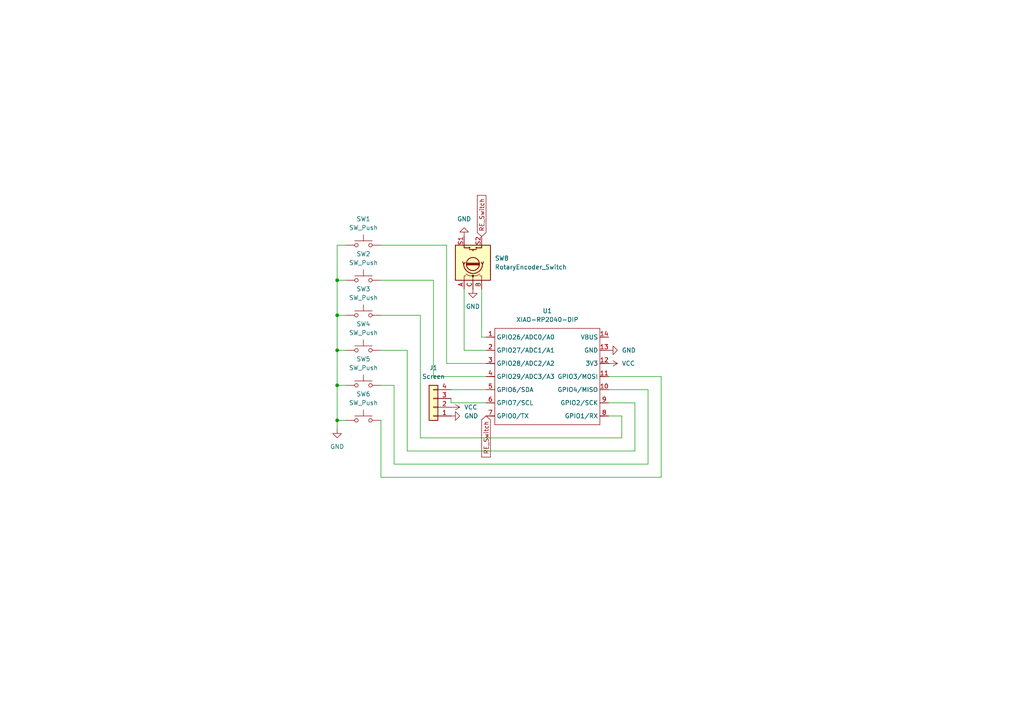
<source format=kicad_sch>
(kicad_sch (version 20250114) (generator "eeschema") (generator_version "9.0")
  (paper "A4")
  (lib_symbols
    (symbol "Connector_Generic:Conn_01x04" (pin_names (offset 1.016) (hide yes))
      (property "Reference" "J" (at 0 5.08 0))
      (property "Value" "Conn_01x04" (at 0 -7.62 0))
      (symbol "Conn_01x04_1_1"
        (rectangle (start -1.27 3.81) (end 1.27 -6.35) (stroke (width 0.254)) (fill (type background)))
        (rectangle (start -1.27 2.667) (end 0 2.413) (stroke (width 0.1524)))
        (rectangle (start -1.27 0.127) (end 0 -0.127) (stroke (width 0.1524)))
        (rectangle (start -1.27 -2.413) (end 0 -2.667) (stroke (width 0.1524)))
        (rectangle (start -1.27 -4.953) (end 0 -5.207) (stroke (width 0.1524)))
        (pin passive line (at -5.08 2.54 0) (length 3.81) (name "Pin_1") (number "1"))
        (pin passive line (at -5.08 0 0) (length 3.81) (name "Pin_2") (number "2"))
        (pin passive line (at -5.08 -2.54 0) (length 3.81) (name "Pin_3") (number "3"))
        (pin passive line (at -5.08 -5.08 0) (length 3.81) (name "Pin_4") (number "4"))
      )
    )
    (symbol "Device:RotaryEncoder_Switch" (pin_names (offset 0.254) (hide yes))
      (property "Reference" "SW" (at 0 6.604 0))
      (property "Value" "RotaryEncoder_Switch" (at 0 -6.604 0))
      (symbol "RotaryEncoder_Switch_0_1"
        (rectangle (start -5.08 5.08) (end 5.08 -5.08) (stroke (width 0.254)) (fill (type background)))
        (polyline (pts (xy -5.08 2.54) (xy -3.81 2.54) (xy -3.81 2.032)))
        (polyline (pts (xy -5.08 0) (xy -3.81 0) (xy -3.81 -1.016) (xy -3.302 -2.032)))
        (polyline (pts (xy -5.08 -2.54) (xy -3.81 -2.54) (xy -3.81 -2.032)))
        (polyline (pts (xy -4.318 0) (xy -3.81 0) (xy -3.81 1.016) (xy -3.302 2.032)))
        (circle (center -3.81 0) (radius 0.254) (fill (type outline)))
        (polyline (pts (xy -0.635 -1.778) (xy -0.635 1.778)) (stroke (width 0.254)))
        (circle (center -0.381 0) (radius 1.905) (stroke (width 0.254)))
        (polyline (pts (xy -0.381 -1.778) (xy -0.381 1.778)) (stroke (width 0.254)))
        (arc (start -0.381 -2.794) (mid -3.0988 -0.0635) (end -0.381 2.667) (stroke (width 0.254)))
        (polyline (pts (xy -0.127 1.778) (xy -0.127 -1.778)) (stroke (width 0.254)))
        (polyline (pts (xy 0.254 2.921) (xy -0.508 2.667) (xy 0.127 2.286)) (stroke (width 0.254)))
        (polyline (pts (xy 0.254 -3.048) (xy -0.508 -2.794) (xy 0.127 -2.413)) (stroke (width 0.254)))
        (polyline (pts (xy 3.81 1.016) (xy 3.81 -1.016)) (stroke (width 0.254)))
        (polyline (pts (xy 3.81 0) (xy 3.429 0)) (stroke (width 0.254)))
        (circle (center 4.318 1.016) (radius 0.127) (stroke (width 0.254)))
        (circle (center 4.318 -1.016) (radius 0.127) (stroke (width 0.254)))
        (polyline (pts (xy 5.08 2.54) (xy 4.318 2.54) (xy 4.318 1.016)) (stroke (width 0.254)))
        (polyline (pts (xy 5.08 -2.54) (xy 4.318 -2.54) (xy 4.318 -1.016)) (stroke (width 0.254)))
      )
      (symbol "RotaryEncoder_Switch_1_1"
        (pin passive line (at -7.62 2.54 0) (length 2.54) (name "A") (number "A"))
        (pin passive line (at -7.62 0 0) (length 2.54) (name "C") (number "C"))
        (pin passive line (at -7.62 -2.54 0) (length 2.54) (name "B") (number "B"))
        (pin passive line (at 7.62 2.54 180) (length 2.54) (name "S1") (number "S1"))
        (pin passive line (at 7.62 -2.54 180) (length 2.54) (name "S2") (number "S2"))
      )
    )
    (symbol "OPL Lib:XIAO-RP2040-DIP"
      (property "Reference" "U" (at 0 0 0))
      (property "Value" "XIAO-RP2040-DIP" (at 5.334 -1.778 0))
      (symbol "XIAO-RP2040-DIP_1_0"
        (polyline (pts (xy -1.27 -2.54) (xy 29.21 -2.54)) (stroke (width 0.1524)))
        (polyline (pts (xy -1.27 -5.08) (xy -2.54 -5.08)) (stroke (width 0.1524)))
        (polyline (pts (xy -1.27 -5.08) (xy -1.27 -2.54)) (stroke (width 0.1524)))
        (polyline (pts (xy -1.27 -8.89) (xy -2.54 -8.89)) (stroke (width 0.1524)))
        (polyline (pts (xy -1.27 -8.89) (xy -1.27 -5.08)) (stroke (width 0.1524)))
        (polyline (pts (xy -1.27 -12.7) (xy -2.54 -12.7)) (stroke (width 0.1524)))
        (polyline (pts (xy -1.27 -12.7) (xy -1.27 -8.89)) (stroke (width 0.1524)))
        (polyline (pts (xy -1.27 -16.51) (xy -2.54 -16.51)) (stroke (width 0.1524)))
        (polyline (pts (xy -1.27 -16.51) (xy -1.27 -12.7)) (stroke (width 0.1524)))
        (polyline (pts (xy -1.27 -20.32) (xy -2.54 -20.32)) (stroke (width 0.1524)))
        (polyline (pts (xy -1.27 -24.13) (xy -2.54 -24.13)) (stroke (width 0.1524)))
        (polyline (pts (xy -1.27 -27.94) (xy -2.54 -27.94)) (stroke (width 0.1524)))
        (polyline (pts (xy -1.27 -30.48) (xy -1.27 -16.51)) (stroke (width 0.1524)))
        (polyline (pts (xy 29.21 -2.54) (xy 29.21 -5.08)) (stroke (width 0.1524)))
        (polyline (pts (xy 29.21 -5.08) (xy 29.21 -8.89)) (stroke (width 0.1524)))
        (polyline (pts (xy 29.21 -8.89) (xy 29.21 -12.7)) (stroke (width 0.1524)))
        (polyline (pts (xy 29.21 -12.7) (xy 29.21 -30.48)) (stroke (width 0.1524)))
        (polyline (pts (xy 29.21 -30.48) (xy -1.27 -30.48)) (stroke (width 0.1524)))
        (polyline (pts (xy 30.48 -5.08) (xy 29.21 -5.08)) (stroke (width 0.1524)))
        (polyline (pts (xy 30.48 -8.89) (xy 29.21 -8.89)) (stroke (width 0.1524)))
        (polyline (pts (xy 30.48 -12.7) (xy 29.21 -12.7)) (stroke (width 0.1524)))
        (polyline (pts (xy 30.48 -16.51) (xy 29.21 -16.51)) (stroke (width 0.1524)))
        (polyline (pts (xy 30.48 -20.32) (xy 29.21 -20.32)) (stroke (width 0.1524)))
        (polyline (pts (xy 30.48 -24.13) (xy 29.21 -24.13)) (stroke (width 0.1524)))
        (polyline (pts (xy 30.48 -27.94) (xy 29.21 -27.94)) (stroke (width 0.1524)))
        (pin passive line (at -3.81 -5.08 0) (length 2.54) (name "GPIO26/ADC0/A0") (number "1"))
        (pin passive line (at -3.81 -8.89 0) (length 2.54) (name "GPIO27/ADC1/A1") (number "2"))
        (pin passive line (at -3.81 -12.7 0) (length 2.54) (name "GPIO28/ADC2/A2") (number "3"))
        (pin passive line (at -3.81 -16.51 0) (length 2.54) (name "GPIO29/ADC3/A3") (number "4"))
        (pin passive line (at -3.81 -20.32 0) (length 2.54) (name "GPIO6/SDA") (number "5"))
        (pin passive line (at -3.81 -24.13 0) (length 2.54) (name "GPIO7/SCL") (number "6"))
        (pin passive line (at -3.81 -27.94 0) (length 2.54) (name "GPIO0/TX") (number "7"))
        (pin passive line (at 31.75 -5.08 180) (length 2.54) (name "VBUS") (number "14"))
        (pin passive line (at 31.75 -8.89 180) (length 2.54) (name "GND") (number "13"))
        (pin passive line (at 31.75 -12.7 180) (length 2.54) (name "3V3") (number "12"))
        (pin passive line (at 31.75 -16.51 180) (length 2.54) (name "GPIO3/MOSI") (number "11"))
        (pin passive line (at 31.75 -20.32 180) (length 2.54) (name "GPIO4/MISO") (number "10"))
        (pin passive line (at 31.75 -24.13 180) (length 2.54) (name "GPIO2/SCK") (number "9"))
        (pin passive line (at 31.75 -27.94 180) (length 2.54) (name "GPIO1/RX") (number "8"))
      )
    )
    (symbol "Switch:SW_Push" (pin_numbers (hide yes)) (pin_names (offset 1.016) (hide yes))
      (property "Reference" "SW" (at 1.27 2.54 0))
      (property "Value" "SW_Push" (at 0 -1.524 0))
      (symbol "SW_Push_0_1"
        (circle (center -2.032 0) (radius 0.508))
        (polyline (pts (xy 0 1.27) (xy 0 3.048)))
        (circle (center 2.032 0) (radius 0.508))
        (polyline (pts (xy 2.54 1.27) (xy -2.54 1.27)))
        (pin passive line (at -5.08 0 0) (length 2.54) (name "1") (number "1"))
        (pin passive line (at 5.08 0 180) (length 2.54) (name "2") (number "2"))
      )
    )
    (symbol "power:GND" (power) (pin_numbers (hide yes)) (pin_names (offset 0) (hide yes))
      (property "Value" "GND" (at 0 -3.81 0))
      (symbol "GND_0_1"
        (polyline (pts (xy 0 0) (xy 0 -1.27) (xy 1.27 -1.27) (xy 0 -2.54) (xy -1.27 -1.27) (xy 0 -1.27)))
      )
      (symbol "GND_1_1"
        (pin power_in line (at 0 0 270) (length 0) (name "~") (number "1"))
      )
    )
    (symbol "power:VCC" (power) (pin_numbers (hide yes)) (pin_names (offset 0) (hide yes))
      (property "Value" "VCC" (at 0 3.556 0))
      (symbol "VCC_0_1"
        (polyline (pts (xy -0.762 1.27) (xy 0 2.54)))
        (polyline (pts (xy 0 2.54) (xy 0.762 1.27)))
        (polyline (pts (xy 0 0) (xy 0 2.54)))
      )
      (symbol "VCC_1_1"
        (pin power_in line (at 0 0 90) (length 0) (name "~") (number "1"))
      )
    )
  )
  (junction (at 97.79 91.44))
  (junction (at 97.79 101.6))
  (junction (at 97.79 111.76))
  (junction (at 97.79 121.92))
  (junction (at 97.79 81.28))
  (wire (pts (xy 129.54 105.41) (xy 140.97 105.41)))
  (wire (pts (xy 110.49 111.76) (xy 114.3 111.76)))
  (wire (pts (xy 176.53 120.65) (xy 180.34 120.65)))
  (wire (pts (xy 97.79 111.76) (xy 97.79 101.6)))
  (wire (pts (xy 97.79 111.76) (xy 100.33 111.76)))
  (wire (pts (xy 97.79 71.12) (xy 100.33 71.12)))
  (wire (pts (xy 110.49 138.43) (xy 191.77 138.43)))
  (wire (pts (xy 130.81 113.03) (xy 140.97 113.03)))
  (wire (pts (xy 125.73 109.22) (xy 140.97 109.22)))
  (wire (pts (xy 125.73 81.28) (xy 125.73 109.22)))
  (wire (pts (xy 110.49 81.28) (xy 125.73 81.28)))
  (wire (pts (xy 110.49 71.12) (xy 129.54 71.12)))
  (wire (pts (xy 118.11 130.81) (xy 118.11 101.6)))
  (wire (pts (xy 114.3 134.62) (xy 187.96 134.62)))
  (wire (pts (xy 110.49 101.6) (xy 118.11 101.6)))
  (wire (pts (xy 130.81 115.57) (xy 130.81 116.84)))
  (wire (pts (xy 97.79 91.44) (xy 97.79 81.28)))
  (wire (pts (xy 184.15 116.84) (xy 184.15 130.81)))
  (wire (pts (xy 180.34 120.65) (xy 180.34 127)))
  (wire (pts (xy 139.7 97.79) (xy 140.97 97.79)))
  (wire (pts (xy 176.53 116.84) (xy 184.15 116.84)))
  (wire (pts (xy 191.77 138.43) (xy 191.77 109.22)))
  (wire (pts (xy 110.49 121.92) (xy 110.49 138.43)))
  (wire (pts (xy 129.54 71.12) (xy 129.54 105.41)))
  (wire (pts (xy 97.79 101.6) (xy 100.33 101.6)))
  (wire (pts (xy 97.79 101.6) (xy 97.79 91.44)))
  (wire (pts (xy 114.3 111.76) (xy 114.3 134.62)))
  (wire (pts (xy 97.79 124.46) (xy 97.79 121.92)))
  (wire (pts (xy 130.81 116.84) (xy 140.97 116.84)))
  (wire (pts (xy 97.79 91.44) (xy 100.33 91.44)))
  (wire (pts (xy 180.34 127) (xy 121.92 127)))
  (wire (pts (xy 187.96 113.03) (xy 176.53 113.03)))
  (wire (pts (xy 191.77 109.22) (xy 176.53 109.22)))
  (wire (pts (xy 184.15 130.81) (xy 118.11 130.81)))
  (wire (pts (xy 134.62 83.82) (xy 134.62 101.6)))
  (wire (pts (xy 134.62 101.6) (xy 140.97 101.6)))
  (wire (pts (xy 121.92 127) (xy 121.92 91.44)))
  (wire (pts (xy 97.79 81.28) (xy 100.33 81.28)))
  (wire (pts (xy 97.79 81.28) (xy 97.79 71.12)))
  (wire (pts (xy 110.49 91.44) (xy 121.92 91.44)))
  (wire (pts (xy 97.79 121.92) (xy 97.79 111.76)))
  (wire (pts (xy 139.7 83.82) (xy 139.7 97.79)))
  (wire (pts (xy 187.96 134.62) (xy 187.96 113.03)))
  (wire (pts (xy 97.79 121.92) (xy 100.33 121.92)))
  (global_label "RE_Switch" (shape input) (at 140.97 120.65 270) (property "Intersheetrefs" "${INTERSHEET_REFS}" (effects (hide yes))))
  (global_label "RE_Switch" (shape input) (at 139.7 68.58 90) (property "Intersheetrefs" "${INTERSHEET_REFS}" (effects (hide yes))))
  (symbol (lib_id "Device:RotaryEncoder_Switch") (at 137.16 76.2 90) (unit 1)
    (property "Reference" "SW8" (at 143.51 74.9299 90) (effects (justify right)))
    (property "Value" "RotaryEncoder_Switch" (at 143.51 77.4699 90) (effects (justify right)))
    (property "Footprint" "Rotary_Encoder:RotaryEncoder_Alps_EC11E-Switch_Vertical_H20mm" (effects (hide yes)))
    (property "Description" "Rotary encoder, dual channel, incremental quadrate outputs, with switch" (effects (hide yes)))
  )
  (symbol (lib_id "Switch:SW_Push") (at 105.41 121.92 0) (unit 1)
    (property "Reference" "SW6" (at 105.41 114.3 0))
    (property "Value" "SW_Push" (at 105.41 116.84 0))
    (property "Footprint" "Switch:SW_Cherry_MX_1.00u_PCB" (effects (hide yes)))
    (property "Description" "Push button switch, generic, two pins" (effects (hide yes)))
  )
  (symbol (lib_id "power:VCC") (at 130.81 118.11 270) (unit 1)
    (property "Reference" "#PWR05" (effects (hide yes)))
    (property "Value" "VCC" (at 134.62 118.1099 90) (effects (justify left)))
    (property "Description" "Power symbol creates a global label with name \"VCC\"" (effects (hide yes)))
  )
  (symbol (lib_id "Switch:SW_Push") (at 105.41 71.12 0) (unit 1)
    (property "Reference" "SW1" (at 105.41 63.5 0))
    (property "Value" "SW_Push" (at 105.41 66.04 0))
    (property "Footprint" "Switch:SW_Cherry_MX_1.00u_PCB" (effects (hide yes)))
    (property "Description" "Push button switch, generic, two pins" (effects (hide yes)))
  )
  (symbol (lib_id "Connector_Generic:Conn_01x04") (at 125.73 118.11 180) (unit 1)
    (property "Reference" "J1" (at 125.73 106.68 0))
    (property "Value" "Screen" (at 125.73 109.22 0))
    (property "Footprint" "Connector_PinHeader_2.54mm:PinHeader_1x04_P2.54mm_Vertical" (effects (hide yes)))
    (property "Description" "Generic connector, single row, 01x04, script generated (kicad-library-utils/schlib/autogen/connector/)" (effects (hide yes)))
  )
  (symbol (lib_id "power:GND") (at 176.53 101.6 90) (unit 1)
    (property "Reference" "#PWR01" (effects (hide yes)))
    (property "Value" "GND" (at 180.34 101.5999 90) (effects (justify right)))
    (property "Description" "Power symbol creates a global label with name \"GND\" , ground" (effects (hide yes)))
  )
  (symbol (lib_id "power:GND") (at 137.16 83.82 0) (unit 1)
    (property "Reference" "#PWR06" (effects (hide yes)))
    (property "Value" "GND" (at 137.16 88.9 0))
    (property "Description" "Power symbol creates a global label with name \"GND\" , ground" (effects (hide yes)))
  )
  (symbol (lib_id "power:VCC") (at 176.53 105.41 270) (unit 1)
    (property "Reference" "#PWR04" (effects (hide yes)))
    (property "Value" "VCC" (at 180.34 105.4099 90) (effects (justify left)))
    (property "Description" "Power symbol creates a global label with name \"VCC\"" (effects (hide yes)))
  )
  (symbol (lib_id "power:GND") (at 97.79 124.46 0) (unit 1)
    (property "Reference" "#PWR02" (effects (hide yes)))
    (property "Value" "GND" (at 97.79 129.54 0))
    (property "Description" "Power symbol creates a global label with name \"GND\" , ground" (effects (hide yes)))
  )
  (symbol (lib_id "Switch:SW_Push") (at 105.41 81.28 0) (unit 1)
    (property "Reference" "SW2" (at 105.41 73.66 0))
    (property "Value" "SW_Push" (at 105.41 76.2 0))
    (property "Footprint" "Switch:SW_Cherry_MX_1.00u_PCB" (effects (hide yes)))
    (property "Description" "Push button switch, generic, two pins" (effects (hide yes)))
  )
  (symbol (lib_id "Switch:SW_Push") (at 105.41 91.44 0) (unit 1)
    (property "Reference" "SW3" (at 105.41 83.82 0))
    (property "Value" "SW_Push" (at 105.41 86.36 0))
    (property "Footprint" "Switch:SW_Cherry_MX_1.00u_PCB" (effects (hide yes)))
    (property "Description" "Push button switch, generic, two pins" (effects (hide yes)))
  )
  (symbol (lib_id "Switch:SW_Push") (at 105.41 111.76 0) (unit 1)
    (property "Reference" "SW5" (at 105.41 104.14 0))
    (property "Value" "SW_Push" (at 105.41 106.68 0))
    (property "Footprint" "Switch:SW_Cherry_MX_1.00u_PCB" (effects (hide yes)))
    (property "Description" "Push button switch, generic, two pins" (effects (hide yes)))
  )
  (symbol (lib_id "power:GND") (at 134.62 68.58 180) (unit 1)
    (property "Reference" "#PWR07" (effects (hide yes)))
    (property "Value" "GND" (at 134.62 63.5 0))
    (property "Description" "Power symbol creates a global label with name \"GND\" , ground" (effects (hide yes)))
  )
  (symbol (lib_id "power:GND") (at 130.81 120.65 90) (unit 1)
    (property "Reference" "#PWR03" (effects (hide yes)))
    (property "Value" "GND" (at 134.62 120.6499 90) (effects (justify right)))
    (property "Description" "Power symbol creates a global label with name \"GND\" , ground" (effects (hide yes)))
  )
  (symbol (lib_id "OPL Lib:XIAO-RP2040-DIP") (at 144.78 92.71 0) (unit 1)
    (property "Reference" "U1" (at 158.75 90.17 0))
    (property "Value" "XIAO-RP2040-DIP" (at 158.75 92.71 0))
    (property "Footprint" "OPL Lib:XIAO-RP2040-DIP" (effects (hide yes)))
  )
  (symbol (lib_id "Switch:SW_Push") (at 105.41 101.6 0) (unit 1)
    (property "Reference" "SW4" (at 105.41 93.98 0))
    (property "Value" "SW_Push" (at 105.41 96.52 0))
    (property "Footprint" "Switch:SW_Cherry_MX_1.00u_PCB" (effects (hide yes)))
    (property "Description" "Push button switch, generic, two pins" (effects (hide yes)))
  )
)
</source>
